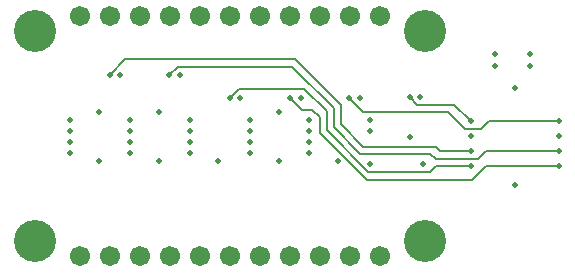
<source format=gbl>
G04*
G04 #@! TF.GenerationSoftware,Altium Limited,Altium Designer,25.9.0 (10)*
G04*
G04 Layer_Physical_Order=4*
G04 Layer_Color=16711680*
%FSLAX44Y44*%
%MOMM*%
G71*
G04*
G04 #@! TF.SameCoordinates,BC283E87-7A94-4346-B581-373BCE07BC23*
G04*
G04*
G04 #@! TF.FilePolarity,Positive*
G04*
G01*
G75*
%ADD10C,0.2000*%
%ADD34C,1.7018*%
%ADD35C,3.5560*%
%ADD36C,0.5000*%
D10*
X375500Y135000D02*
X389500Y121000D01*
X303750Y135000D02*
X375500D01*
X389500Y121000D02*
X403500D01*
X349300Y141000D02*
X380500D01*
X343000Y147300D02*
X349300Y141000D01*
X380500D02*
X394500Y127000D01*
X291750Y147000D02*
X303750Y135000D01*
X409700Y127200D02*
X469000D01*
X403500Y121000D02*
X409700Y127200D01*
X146700Y173500D02*
X243500D01*
X278500Y138500D01*
X139500Y166300D02*
X146700Y173500D01*
X102200Y179500D02*
X246000D01*
X284500Y141000D01*
X89000Y166300D02*
X102200Y179500D01*
X260500Y137000D02*
X267000Y130500D01*
X251300Y137000D02*
X260500D01*
X241500Y146800D02*
X251300Y137000D01*
X267000Y117500D02*
X307000Y77500D01*
X395500D01*
X308000Y84000D02*
X360500D01*
X267000Y117500D02*
Y130500D01*
X301000Y99500D02*
X360500D01*
X278500Y122000D02*
X301000Y99500D01*
X272500Y119500D02*
Y135500D01*
Y119500D02*
X308000Y84000D01*
X284500Y124500D02*
Y141000D01*
X303500Y105500D02*
X365050D01*
X278500Y122000D02*
Y138500D01*
X284500Y124500D02*
X303500Y105500D01*
X360500Y99500D02*
X365000Y95000D01*
X365050Y105500D02*
X368950Y101600D01*
X365000Y95000D02*
X400500D01*
X368950Y101600D02*
X394500D01*
X407300Y101800D02*
X469000D01*
X400500Y95000D02*
X407300Y101800D01*
X365400Y88900D02*
X394500D01*
X360500Y84000D02*
X365400Y88900D01*
X253500Y154500D02*
X272500Y135500D01*
X395500Y77500D02*
X407100Y89100D01*
X469000D01*
X198200Y154500D02*
X253500D01*
X190500Y146800D02*
X198200Y154500D01*
D34*
X63500Y12700D02*
D03*
X88900D02*
D03*
X139700D02*
D03*
X165100D02*
D03*
X215900D02*
D03*
X266700D02*
D03*
X317500D02*
D03*
X292100D02*
D03*
X241300D02*
D03*
X190500D02*
D03*
X114300D02*
D03*
X88900Y215900D02*
D03*
X114300D02*
D03*
X139700D02*
D03*
X165100D02*
D03*
X190500D02*
D03*
X215900D02*
D03*
X241300D02*
D03*
X266700D02*
D03*
X292100D02*
D03*
X317500D02*
D03*
X63500D02*
D03*
D35*
X355600Y203200D02*
D03*
Y25400D02*
D03*
X25400Y203200D02*
D03*
Y25400D02*
D03*
D36*
X431800Y155600D02*
D03*
Y73000D02*
D03*
X309500Y91000D02*
D03*
X415000Y174000D02*
D03*
Y184000D02*
D03*
X394500Y114500D02*
D03*
X444500Y184000D02*
D03*
Y174000D02*
D03*
X156500Y100300D02*
D03*
X354200Y91000D02*
D03*
X282500Y93800D02*
D03*
X232000D02*
D03*
X181000Y93800D02*
D03*
X130500Y93800D02*
D03*
X79500Y93800D02*
D03*
X309000Y128300D02*
D03*
Y119300D02*
D03*
X98000Y166300D02*
D03*
X148500D02*
D03*
X250500Y146800D02*
D03*
X300750Y147000D02*
D03*
X469000Y114500D02*
D03*
X352000Y147300D02*
D03*
X207500Y128300D02*
D03*
X343000Y113800D02*
D03*
X258000Y119300D02*
D03*
X207500Y119300D02*
D03*
X258000Y109300D02*
D03*
X207500Y109300D02*
D03*
Y100300D02*
D03*
X199500Y146800D02*
D03*
X156500Y128300D02*
D03*
Y119300D02*
D03*
X106000D02*
D03*
X55000Y119300D02*
D03*
X156500Y109300D02*
D03*
X106000Y109300D02*
D03*
X55000Y109300D02*
D03*
X232000Y135300D02*
D03*
X241500Y146800D02*
D03*
X291750Y147000D02*
D03*
X469000Y127200D02*
D03*
Y89100D02*
D03*
Y101800D02*
D03*
X394500Y127000D02*
D03*
Y101600D02*
D03*
Y88900D02*
D03*
X258000Y128300D02*
D03*
X190500Y146800D02*
D03*
X258000Y100300D02*
D03*
X343000Y147300D02*
D03*
X130500Y135300D02*
D03*
X55000Y128300D02*
D03*
X106000Y128300D02*
D03*
X139500Y166300D02*
D03*
X89000Y166300D02*
D03*
X106000Y100300D02*
D03*
X79500Y135300D02*
D03*
X55000Y100300D02*
D03*
M02*

</source>
